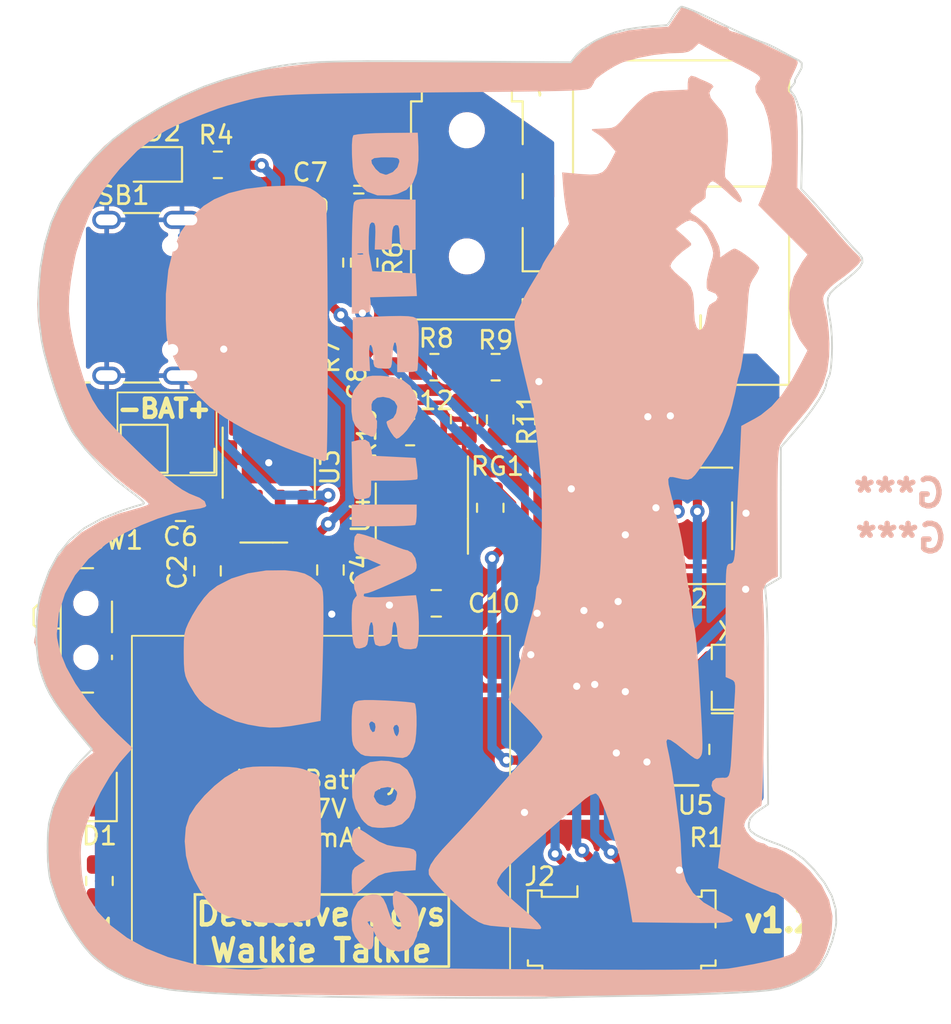
<source format=kicad_pcb>
(kicad_pcb (version 20211014) (generator pcbnew)
  (layers (0 "F.Cu" signal) (31 "B.Cu" signal) (34 "B.Paste" user) (35 "F.Paste" user) (36 "B.SilkS" user "B.Silkscreen") (37 "F.SilkS" user "F.Silkscreen") (38 "B.Mask" user) (39 "F.Mask" user) (44 "Edge.Cuts" user))
  (net 0 "")
  (net 1 "VBUS")
  (net 2 "GND")
  (net 3 "BAT")
  (net 4 "+3V3")
  (net 5 "MOSI")
  (net 6 "MISO")
  (net 7 "Net-(D1-Pad1)")
  (net 8 "SCK")
  (net 9 "Net-(C8-Pad2)")
  (net 10 "Net-(R2-Pad1)")
  (net 11 "Net-(R3-Pad1)")
  (net 15 "RESET")
  (net 17 "/VIN")
  (net 18 "MIC")
  (net 22 "Net-(D2-Pad1)")
  (net 23 "CE")
  (net 24 "CSN")
  (net 25 "/SPK_R")
  (net 28 "XTAL1")
  (net 29 "XTAL2")
  (net 32 "/SPK_L")
  (net 33 "Net-(R7-Pad1)")
  (net 37 "Net-(R4-Pad2)")
  (net 45 "AUDIO_R")
  (net 46 "A0")
  (net 47 "A1")
  (net 48 "AUDIO_L")
  (net 49 "Net-(R11-Pad2)")
  (net 50 "Net-(R10-Pad1)")
  (footprint "Capacitor_SMD:C_0805_2012Metric" (layer "F.Cu") (at 138.5 127.8 180)
    (fp_text reference "C6")
    (fp_text value "10uF")
  )
  (footprint "Resistor_SMD:R_0805_2012Metric" (layer "F.Cu") (at 156 120 180)
    (fp_text reference "R9")
    (fp_text value "10k")
  )
  (footprint "Connector_Audio:Jack_3.5mm_PJ320D_Horizontal" (layer "F.Cu") (at 154.4 111.63 -90)
    (fp_text reference "J1")
    (fp_text value "Jack 3.5mm")
  )
  (footprint "Button_Switch_SMD:SW_SPST_PTS645" (layer "F.Cu") (at 165.9 128.8)
    (fp_text reference "SW2")
    (fp_text value "Pushbutton")
  )
  (footprint "LED_SMD:LED_0805_2012Metric" (layer "F.Cu") (at 134 143.5 90)
    (fp_text reference "D1")
    (fp_text value "LED_0805")
  )
  (footprint "Capacitor_SMD:C_0805_2012Metric" (layer "F.Cu") (at 148.4 109.2)
    (fp_text reference "C7")
    (fp_text value "330nF")
  )
  (footprint "Custom footprints:NRF24L01_Mini" (layer "F.Cu") (at 160.295 120.98)
    (fp_text reference "U1")
    (fp_text value "NRF24L01_Breakout")
  )
  (footprint "Capacitor_SMD:C_0805_2012Metric" (layer "F.Cu") (at 148.4 111.1)
    (fp_text reference "C9")
    (fp_text value "330nF")
  )
  (footprint "Capacitor_SMD:C_0805_2012Metric" (layer "F.Cu") (at 142.15 120.475)
    (fp_text reference "C5")
    (fp_text value "10uF")
  )
  (footprint "Resistor_SMD:R_0805_2012Metric" (layer "F.Cu") (at 165 146.1 180)
    (fp_text reference "R13")
    (fp_text value "10k")
  )
  (footprint "Capacitor_SMD:C_0805_2012Metric" (layer "F.Cu") (at 168.6 141.2 90)
    (fp_text reference "C11")
    (fp_text value "100nF")
  )
  (footprint "Package_SO:SOP-8_3.9x4.9mm_P1.27mm" (layer "F.Cu") (at 151.9 128.4 -90)
    (fp_text reference "U4")
    (fp_text value "LM358")
  )
  (footprint "LED_SMD:LED_0805_2012Metric" (layer "F.Cu") (at 136.9 108.75 180)
    (fp_text reference "D2")
    (fp_text value "LED_0805")
  )
  (footprint "Button_Switch_SMD:SW_SPDT_PCM12" (layer "F.Cu") (at 133.575 134.6 -90)
    (fp_text reference "SW1")
    (fp_text value "SPDT_PCM12")
  )
  (footprint "Resistor_SMD:R_0805_2012Metric" (layer "F.Cu") (at 148.7 114.2 90)
    (fp_text reference "R6")
    (fp_text value "330")
  )
  (footprint "Resistor_SMD:R_0805_2012Metric" (layer "F.Cu") (at 152.6 120 180)
    (fp_text reference "R8")
    (fp_text value "10k")
  )
  (footprint "Resistor_SMD:R_0805_2012Metric" (layer "F.Cu") (at 145.175 119.625 90)
    (fp_text reference "R7")
    (fp_text value "10k")
  )
  (footprint "Resistor_SMD:R_0805_2012Metric" (layer "F.Cu") (at 146.8 114.2 -90)
    (fp_text reference "R5")
    (fp_text value "330")
  )
  (footprint "Resistor_SMD:R_0805_2012Metric" (layer "F.Cu") (at 155.7 127.8 -90)
    (fp_text reference "RG1")
    (fp_text value "470k")
  )
  (footprint "Capacitor_SMD:C_0805_2012Metric" (layer "F.Cu") (at 140 131.3 -90)
    (fp_text reference "C2")
    (fp_text value "10uF")
  )
  (footprint "Resistor_SMD:R_0805_2012Metric" (layer "F.Cu") (at 156.25 122.9 90)
    (fp_text reference "R11")
    (fp_text value "10k")
  )
  (footprint "Package_QFP:TQFP-32_7x7mm_P0.8mm" (layer "F.Cu") (at 162.2 139.8 180)
    (fp_text reference "U5")
    (fp_text value "ATmega328P-A")
  )
  (footprint "Capacitor_SMD:C_0805_2012Metric" (layer "F.Cu") (at 160.2 122.9 -90)
    (fp_text reference "C1")
    (fp_text value "10uF")
  )
  (footprint "Capacitor_SMD:C_0805_2012Metric" (layer "F.Cu") (at 141.65 112.5 90)
    (fp_text reference "C3")
    (fp_text value "100nF")
  )
  (footprint "Connector_PinSocket_2.54mm:PinSocket_1x02_P2.54mm_Vertical" (layer "F.Cu") (at 139.05 124.525 -90)
    (fp_text reference "BT1" hide)
    (fp_text value "LiPo 100mAh")
  )
  (footprint "Resistor_SMD:R_0805_2012Metric" (layer "F.Cu") (at 151.25 123.6 180)
    (fp_text reference "R10")
    (fp_text value "1k")
  )
  (footprint "Connector_USB:USB_C_Receptacle_HRO_TYPE-C-31-M-12" (layer "F.Cu") (at 135.45 116.15 -90)
    (fp_text reference "USB1")
    (fp_text value "USB_C 31-M-12")
  )
  (footprint "Resistor_SMD:R_0805_2012Metric" (layer "F.Cu") (at 154.25 122.8875 90)
    (fp_text reference "R12")
    (fp_text value "10k")
  )
  (footprint "Capacitor_SMD:C_0805_2012Metric" (layer "F.Cu") (at 150 120.9 -90)
    (fp_text reference "C8")
    (fp_text value "10uF")
  )
  (footprint "Resistor_SMD:R_0805_2012Metric" (layer "F.Cu") (at 142.4 117.05)
    (fp_text reference "R3")
    (fp_text value "5.1k")
  )
  (footprint "Crystal:Resonator_SMD_Murata_CSTxExxV-3Pin_3.0x1.1mm" (layer "F.Cu") (at 169.2 137.2 90)
    (fp_text reference "X1")
    (fp_text value "Resonator 8MHz")
  )
  (footprint "Package_TO_SOT_SMD:SOT-23-5" (layer "F.Cu") (at 143.625 131.2875)
    (fp_text reference "U2")
    (fp_text value "MIC5205-3.3YM5")
  )
  (footprint "Package_SO:SOIC-8-1EP_3.9x4.9mm_P1.27mm_EP2.29x3mm" (layer "F.Cu") (at 143.4 125.3 -90)
    (fp_text reference "U3")
    (fp_text value "TP4056")
  )
  (footprint "Resistor_SMD:R_0805_2012Metric" (layer "F.Cu") (at 134 148.5 -90)
    (fp_text reference "R1")
    (fp_text value "330")
  )
  (footprint "Resistor_SMD:R_0805_2012Metric" (layer "F.Cu") (at 140.575 108.775)
    (fp_text reference "R4")
    (fp_text value "1k")
  )
  (footprint "Capacitor_SMD:C_0805_2012Metric" (layer "F.Cu") (at 146.825 131.25 -90)
    (fp_text reference "C4")
    (fp_text value "10uF")
  )
  (footprint "Capacitor_SMD:C_0805_2012Metric" (layer "F.Cu") (at 152.7 133.1)
    (fp_text reference "C10")
    (fp_text value "100nF")
  )
  (footprint "Resistor_SMD:R_0805_2012Metric" (layer "F.Cu") (at 142.4 115.15)
    (fp_text reference "R2")
    (fp_text value "5.1k")
  )
  (footprint "Connector_FFC-FPC:Molex_200528-0050_1x05-1MP_P1.00mm_Horizontal" (layer "F.Cu") (at 163 150.2)
    (fp_text reference "J2")
    (fp_text value "ICSP")
  )
  (footprint "detective_boys:DB_TOPSILK" (layer "B.Cu") (at 153.3 127.5 180)
    (fp_text reference "G***")
    (fp_text value "LOGO" hide)
  )
  (footprint "detective_boys:db_cutout" (layer "B.Cu") (at 153.5 127.5 180)
    (fp_text reference "G***")
    (fp_text value "LOGO" hide)
    (fp_poly (pts (xy -12.792214 27.492517) (xy -12.630497 27.352927) (xy -12.429033 27.080537) (xy -12.351844 26.951998) (xy -12.175795 26.667041) (xy -12.039035 26.495172) (xy -12.003419 26.4729) (xy -11.060646 26.402103) (xy -10.30659 26.320944) (xy -9.690348 26.218454) (xy -9.161015 26.083663) (xy -8.667687 25.905601) (xy -8.159458 25.673298) (xy -8.058206 25.622727) (xy -7.608104 25.356361) (xy -7.21119 25.053408) (xy -6.992323 24.828383) (xy -6.674366 24.411521) (xy 0.347015 24.456468) (xy 1.956825 24.465892) (xy 3.350108 24.471201) (xy 4.549942 24.471095) (xy 5.579407 24.464274) (xy 6.461581 24.449437) (xy 7.219542 24.425284) (xy 7.876371 24.390515) (xy 8.455145 24.343828) (xy 8.978943 24.283924) (xy 9.470844 24.209502) (xy 9.953928 24.119261) (xy 10.451272 24.011902) (xy 10.985955 23.886123) (xy 11.142453 23.84817) (xy 12.492862 23.480139) (xy 13.727441 23.05328) (xy 14.912065 22.538475) (xy 16.11261 21.906608) (xy 17.394952 21.12856) (xy 17.612264 20.988467) (xy 18.733438 20.145451) (xy 19.80713 19.11775) (xy 20.782598 17.96028) (xy 21.609105 16.727956) (xy 21.708883 16.554637) (xy 22.181061 15.521119) (xy 22.538763 14.326578) (xy 22.77651 13.023387) (xy 22.888827 11.663919) (xy 22.870234 10.300548) (xy 22.715255 8.985648) (xy 22.571353 8.30789) (xy 22.285405 7.253802) (xy 21.97115 6.248652) (xy 21.644374 5.335487) (xy 21.320861 4.55735) (xy 21.016398 3.957286) (xy 20.917163 3.797157) (xy 20.274616 2.946185) (xy 19.479254 2.076732) (xy 18.600532 1.259849) (xy 17.875653 0.685716) (xy 17.412002 0.338506) (xy 17.134448 0.102921) (xy 17.026491 -0.037374) (xy 17.071628 -0.098712) (xy 17.081187 -0.100667) (xy 17.302392 -0.157187) (xy 17.676181 -0.269322) (xy 18.128556 -0.414707) (xy 18.211321 -0.442247) (xy 19.385466 -0.901747) (xy 20.35279 -1.438699) (xy 21.141216 -2.082446) (xy 21.778666 -2.862333) (xy 22.293064 -3.807702) (xy 22.712332 -4.947898) (xy 22.806919 -5.271698) (xy 22.916972 -5.844101) (xy 22.982141 -6.561193) (xy 23.002266 -7.344166) (xy 22.977188 -8.114216) (xy 22.906749 -8.792537) (xy 22.814898 -9.225472) (xy 22.651548 -9.734053) (xy 22.470554 -10.192961) (xy 22.24976 -10.63705) (xy 21.967006 -11.101175) (xy 21.600136 -11.62019) (xy 21.126992 -12.228948) (xy 20.525416 -12.962306) (xy 20.169693 -13.386421) (xy 19.911557 -13.692705) (xy 20.563792 -14.364513) (xy 21.171924 -15.115638) (xy 21.694236 -16.001143) (xy 22.088097 -16.937059) (xy 22.303777 -17.791981) (xy 22.357698 -18.319257) (xy 22.379269 -18.946813) (xy 22.370814 -19.606398) (xy 22.334654 -20.229759) (xy 22.273112 -20.748642) (xy 22.191666 -21.086793) (xy 22.079076 -21.400268) (xy 21.949399 -21.790369) (xy 21.925559 -21.865566) (xy 21.669569 -22.502831) (xy 21.28933 -23.228593) (xy 20.83277 -23.964692) (xy 20.347815 -24.632968) (xy 19.948464 -25.089916) (xy 19.095678 -25.805285) (xy 18.097748 -26.362035) (xy 16.938791 -26.766854) (xy 15.602921 -27.026433) (xy 15.250893 -27.068215) (xy 14.308049 -27.151036) (xy 13.135042 -27.225289) (xy 11.741189 -27.290697) (xy 10.135806 -27.346982) (xy 8.328209 -27.393867) (xy 6.327715 -27.431073) (xy 4.14364 -27.458324) (xy 1.785301 -27.475341) (xy 1.557547 -27.476393) (xy 0.31344 -27.481366) (xy -0.861299 -27.485078) (xy -1.944355 -27.487525) (xy -2.913417 -27.488704) (xy -3.746169 -27.48861) (xy -4.420299 -27.487241) (xy -4.913492 -27.484593) (xy -5.203437 -27.480661) (xy -5.271698 -27.477524) (xy -5.429788 -27.46906) (xy -5.799018 -27.457581) (xy -6.350935 -27.443718) (xy -7.057084 -27.428106) (xy -7.889011 -27.411376) (xy -8.818262 -27.394162) (xy -9.704717 -27.378936) (xy -11.62518 -27.341879) (xy -13.311875 -27.29819) (xy -14.76386 -27.247914) (xy -15.980193 -27.191095) (xy -16.959931 -27.127779) (xy -17.702132 -27.058009) (xy -18.205852 -26.981832) (xy -18.251116 -26.972062) (xy -18.817955 -26.7937) (xy -19.409006 -26.52517) (xy -19.951303 -26.206896) (xy -20.371883 -25.879302) (xy -20.521682 -25.714125) (xy -20.891659 -25.087761) (xy -21.190832 -24.334516) (xy -21.378313 -23.565258) (xy -21.410802 -23.303302) (xy -21.384907 -22.56164) (xy -21.168757 -21.833037) (xy -20.749566 -21.086867) (xy -20.188208 -20.375078) (xy -19.618033 -19.795774) (xy -19.038551 -19.36775) (xy -18.36158 -19.033198) (xy -17.861484 -18.84979) (xy -17.429453 -18.681084) (xy -17.018626 -18.48323) (xy -16.916789 -18.424957) (xy -16.651372 -18.226199) (xy -16.554728 -18.015398) (xy -16.557355 -17.811745) (xy -16.639382 -17.530479) (xy -16.857732 -17.280456) (xy -17.111792 -17.092924) (xy -17.629716 -16.746026) (xy -17.613164 -14.094004) (xy -17.608216 -13.098431) (xy -17.604732 -11.977038) (xy -17.602872 -10.824588) (xy -17.6028 -9.735846) (xy -17.604283 -8.925944) (xy -17.60294 -8.107884) (xy -17.594676 -7.31142) (xy -17.580557 -6.589499) (xy -17.561651 -5.995068) (xy -17.539026 -5.581072) (xy -17.53617 -5.546694) (xy -17.460384 -4.683482) (xy -18.331132 -4.169728) (xy -18.332122 3.055188) (xy -19.115397 3.953773) (xy -19.634755 4.576437) (xy -20.090151 5.174087) (xy -20.458291 5.712007) (xy -20.71588 6.155483) (xy -20.839626 6.469799) (xy -20.84717 6.534708) (xy -20.904631 6.798562) (xy -20.97364 6.907791) (xy -21.057235 7.110753) (xy -21.120564 7.49547) (xy -21.161517 8.004764) (xy -21.177985 8.581457) (xy -21.167857 9.168371) (xy -21.129025 9.708326) (xy -21.087887 10.004245) (xy -20.981716 10.614601) (xy -20.931624 11.046586) (xy -20.958117 11.358796) (xy -21.0817 11.609828) (xy -21.32288 11.858279) (xy -21.702162 12.162745) (xy -21.895519 12.312089) (xy -22.407418 12.729359) (xy -22.727628 13.055181) (xy -22.869753 13.321698) (xy -22.847393 13.561052) (xy -22.674153 13.805386) (xy -22.570559 13.907181) (xy -22.36745 14.115827) (xy -22.056925 14.45894) (xy -21.683916 14.886029) (xy -21.352486 15.275943) (xy -20.936371 15.765796) (xy -20.520382 16.24506) (xy -20.159891 16.650466) (xy -19.958579 16.8687) (xy -19.46934 17.383155) (xy -19.512768 19.476036) (xy -19.521971 20.248147) (xy -19.515906 20.889023) (xy -19.495579 21.36799) (xy -19.461991 21.654373) (xy -19.43943 21.717241) (xy -19.323878 21.942586) (xy -19.246058 22.186669) (xy -19.116356 22.504935) (xy -18.976101 22.701122) (xy -18.850876 22.862239) (xy -18.892596 23.007459) (xy -18.994851 23.12884) (xy -19.121717 23.299165) (xy -19.120317 23.363207) (xy -19.123825 23.447173) (xy -19.242413 23.65473) (xy -19.281464 23.711184) (xy -19.490416 24.096651) (xy -19.496355 24.374996) (xy -19.319576 24.52908) (xy -19.108707 24.628101) (xy -18.769059 24.805981) (xy -18.427318 24.994483) (xy -18.026082 25.210407) (xy -17.670461 25.383633) (xy -17.468827 25.465453) (xy -17.172609 25.570848) (xy -16.768169 25.739187) (xy -16.230085 25.981976) (xy -15.532932 26.310724) (xy -14.651288 26.73694) (xy -14.540487 26.790983) (xy -13.970484 27.059277) (xy -13.467797 27.277332) (xy -13.075319 27.427935) (xy -12.835947 27.493875)) (layer "Edge.Cuts") (width 0.1) (fill none))
  )
  (gr_rect (start 156.8 153.9) (end 135.8 134.9) (layer "F.SilkS") (width 0.1) (fill none))
  (gr_rect (start 153.4 153.25) (end 139.3 149.25) (layer "F.SilkS") (width 0.15) (fill none))
  (gr_rect (start 135 121.4) (end 140.5 126) (layer "F.SilkS") (width 0.1) (fill none))
  (gr_text "Lipo Battery\n3.7V\n100mAh" (at 146.1 144.5) (layer "F.SilkS") (effects (font (size 1 1))))
  (gr_text "v1.2" (at 171.8 150.7) (layer "F.SilkS") (effects (font (size 1.25 1.25) (thickness 0.3))))
  (gr_text "-BAT+" (at 137.6 122.3) (layer "F.SilkS") (effects (font (size 1 1) (thickness 0.25))))
  (gr_text "Detective Boys\nWalkie Talkie" (at 146.3 151.35) (layer "F.SilkS") (effects (font (size 1.25 1.25) (thickness 0.25))))
  (segment (start 145.305 127.775) (end 146.025 127.775) (width 0.508) (layer "F.Cu") (net 1))
  (segment (start 138.202102 114.1) (end 138.602102 113.7) (width 0.254) (layer "F.Cu") (net 1))
  (segment (start 141.65 113.45) (end 141.4 113.7) (width 0.508) (layer "F.Cu") (net 1))
  (segment (start 141.495 120.77) (end 141.2 120.475) (width 0.508) (layer "F.Cu") (net 1))
  (segment (start 135.9625 112.164602) (end 138.2 114.402102) (width 0.254) (layer "F.Cu") (net 1))
  (segment (start 141.4 113.7) (end 139.495 113.7) (width 0.508) (layer "F.Cu") (net 1))
  (segment (start 135.9625 108.75) (end 135.9625 112.164602) (width 0.254) (layer "F.Cu") (net 1))
  (segment (start 138.602102 113.7) (end 139.495 113.7) (width 0.254) (layer "F.Cu") (net 1))
  (segment (start 138.2 114.1) (end 138.202102 114.1) (width 0.254) (layer "F.Cu") (net 1))
  (segment (start 146.025 127.775) (end 146.7 127.1) (width 0.508) (layer "F.Cu") (net 1))
  (segment (start 138.2 114.402102) (end 138.2 114.6) (width 0.254) (layer "F.Cu") (net 1))
  (segment (start 139.495 118.6) (end 140.7 118.6) (width 0.254) (layer "F.Cu") (net 1))
  (segment (start 138.2 114.6) (end 138.2 114.1) (width 0.254) (layer "F.Cu") (net 1))
  (segment (start 141.2 119.1) (end 141.2 120.475) (width 0.254) (layer "F.Cu") (net 1))
  (segment (start 140.7 118.6) (end 141.2 119.1) (width 0.254) (layer "F.Cu") (net 1))
  (segment (start 139.495 118.6) (end 138.602102 118.6) (width 0.254) (layer "F.Cu") (net 1))
  (segment (start 138.602102 118.6) (end 138.2 118.197898) (width 0.254) (layer "F.Cu") (net 1))
  (segment (start 138.2 118.197898) (end 138.2 114.6) (width 0.254) (layer "F.Cu") (net 1))
  (segment (start 141.495 122.825) (end 141.495 120.77) (width 0.508) (layer "F.Cu") (net 1))
  (via (at 146.7 127.1) (size 0.8) (drill 0.4) (layers "F.Cu" "B.Cu") (net 1))
  (via (at 140.9 119) (size 0.8) (drill 0.4) (layers "F.Cu" "B.Cu") (net 1))
  (segment (start 146.7 127.1) (end 143.8 127.1) (width 0.508) (layer "B.Cu") (net 1))
  (segment (start 143.8 127.1) (end 140.9 124.2) (width 0.508) (layer "B.Cu") (net 1))
  (segment (start 140.9 124.2) (end 140.9 119) (width 0.508) (layer "B.Cu") (net 1))
  (segment (start 139.5 119.405) (end 139.495 119.4) (width 0.508) (layer "F.Cu") (net 2))
  (segment (start 142.765 120.81) (end 143.1 120.475) (width 0.254) (layer "F.Cu") (net 2))
  (segment (start 139.5 120) (end 139.5 119.405) (width 0.508) (layer "F.Cu") (net 2))
  (segment (start 139.03 120.47) (end 139.5 120) (width 0.508) (layer "F.Cu") (net 2))
  (segment (start 142.765 122.825) (end 142.765 120.81) (width 0.254) (layer "F.Cu") (net 2))
  (segment (start 138.58 120.47) (end 139.03 120.47) (width 0.508) (layer "F.Cu") (net 2))
  (via (at 164.4 141.9) (size 0.8) (drill 0.4) (layers "F.Cu" "B.Cu") (net 2))
  (via (at 143.4 125.3) (size 0.8) (drill 0.4) (layers "F.Cu" "B.Cu") (net 2))
  (via (at 160.2 126.75) (size 0.8) (drill 0.4) (layers "F.Cu" "B.Cu") (net 2))
  (via (at 166.2 147.9) (size 0.8) (drill 0.4) (layers "F.Cu" "B.Cu") (net 2))
  (via (at 158.4 120.8) (size 0.8) (drill 0.4) (layers "F.Cu" "B.Cu") (net 2))
  (via (at 146.9 133.7) (size 0.8) (drill 0.4) (layers "F.Cu" "B.Cu") (net 2))
  (via (at 169.9 128.1) (size 0.8) (drill 0.4) (layers "F.Cu" "B.Cu") (net 2))
  (via (at 157.6 144.7) (size 0.8) (drill 0.4) (layers "F.Cu" "B.Cu") (net 2))
  (via (at 158.3 133.65) (size 0.8) (drill 0.4) (layers "F.Cu" "B.Cu") (net 2))
  (via (at 150.1 133.2) (size 0.8) (drill 0.4) (layers "F.Cu" "B.Cu") (net 2))
  (segment (start 135.75 132.35) (end 139.45 128.65) (width 1.016) (layer "F.Cu") (net 3))
  (segment (start 139.45 128.65) (end 139.45 127.8) (width 1.016) (layer "F.Cu") (net 3))
  (segment (start 135.005 132.35) (end 135.75 132.35) (width 1.016) (layer "F.Cu") (net 3))
  (segment (start 139.45 124.925) (end 139.05 124.525) (width 1.016) (layer "F.Cu") (net 3))
  (segment (start 139.45 127.8) (end 141.2 127.8) (width 1.016) (layer "F.Cu") (net 3))
  (segment (start 139.45 127.8) (end 139.45 124.925) (width 1.016) (layer "F.Cu") (net 3))
  (segment (start 159.75 121.95) (end 160.2 121.95) (width 1.016) (layer "F.Cu") (net 4))
  (segment (start 155.0875 120) (end 155.0875 119.0125) (width 1.016) (layer "F.Cu") (net 4))
  (segment (start 147.8 130.3) (end 148.6 131.1) (width 1.016) (layer "F.Cu") (net 4))
  (segment (start 146.825 130.3) (end 147.8 130.3) (width 1.016) (layer "F.Cu") (net 4))
  (segment (start 157.95 137.8) (end 155.3 137.8) (width 0.508) (layer "F.Cu") (net 4))
  (segment (start 153.65 131.18) (end 153.805 131.025) (width 0.508) (layer "F.Cu") (net 4))
  (segment (start 155.0875 119.0125) (end 155.8 118.3) (width 1.016) (layer "F.Cu") (net 4))
  (segment (start 169.8 143.6) (end 169.8 140.7) (width 0.508) (layer "F.Cu") (net 4))
  (segment (start 169.8 140.7) (end 169.35 140.25) (width 0.508) (layer "F.Cu") (net 4))
  (segment (start 168.55 140.2) (end 168.6 140.25) (width 0.508) (layer "F.Cu") (net 4))
  (segment (start 169.35 140.25) (end 168.6 140.25) (width 0.508) (layer "F.Cu") (net 4))
  (segment (start 165.9125 146.1) (end 167.3 146.1) (width 0.508) (layer "F.Cu") (net 4))
  (segment (start 153.65 134.65) (end 154.55 134.65) (width 1.016) (layer "F.Cu") (net 4))
  (segment (start 161.17 120.77) (end 161.17 120.98) (width 1.016) (layer "F.Cu") (net 4))
  (segment (start 158.6 123.1) (end 159.75 121.95) (width 1.016) (layer "F.Cu") (net 4))
  (segment (start 158.7 118.3) (end 161.17 120.77) (width 1.016) (layer "F.Cu") (net 4))
  (segment (start 155.3 137.8) (end 152.9 135.4) (width 0.508) (layer "F.Cu") (net 4))
  (segment (start 158.6 130.6) (end 158.6 123.1) (width 1.016) (layer "F.Cu") (net 4))
  (segment (start 165.2 138.6) (end 164.6 139.2) (width 0.508) (layer "F.Cu") (net 4))
  (segment (start 164.6 139.2) (end 164.6 139.532022) (width 0.508) (layer "F.Cu") (net 4))
  (segment (start 167.3 146.1) (end 169.8 143.6) (width 0.508) (layer "F.Cu") (net 4))
  (segment (start 160.732022 139.532022) (end 164.6 139.532022) (width 0.508) (layer "F.Cu") (net 4))
  (segment (start 165.267978 140.2) (end 166.45 140.2) (width 0.508) (layer "F.Cu") (net 4))
  (segment (start 155.8 118.3) (end 158.7 118.3) (width 1.016) (layer "F.Cu") (net 4))
  (segment (start 155.0875 120) (end 153.5125 120) (width 1.016) (layer "F.Cu") (net 4))
  (segment (start 157.95 137.8) (end 159 137.8) (width 0.508) (layer "F.Cu") (net 4))
  (segment (start 148.6 134) (end 150 135.4) (width 1.016) (layer "F.Cu") (net 4))
  (segment (start 144.7625 130.3375) (end 146.7875 130.3375) (width 0.508) (layer "F.Cu") (net 4))
  (segment (start 153.65 133.1) (end 153.65 131.18) (width 0.508) (layer "F.Cu") (net 4))
  (segment (start 154.55 134.65) (end 158.6 130.6) (width 1.016) (layer "F.Cu") (net 4))
  (segment (start 161.17 120.98) (end 160.2 121.95) (width 1.016) (layer "F.Cu") (net 4))
  (segment (start 152.9 135.4) (end 153.65 134.65) (width 1.016) (layer "F.Cu") (net 4))
  (segment (start 153.65 134.65) (end 153.65 133.1) (width 1.016) (layer "F.Cu") (net 4))
  (segment (start 148.6 131.1) (end 148.6 134) (width 1.016) (layer "F.Cu") (net 4))
  (segment (start 150 135.4) (end 152.9 135.4) (width 1.016) (layer "F.Cu") (net 4))
  (segment (start 166.45 140.2) (end 168.55 140.2) (width 0.508) (layer "F.Cu") (net 4))
  (segment (start 166.45 138.6) (end 165.2 138.6) (width 0.508) (layer "F.Cu") (net 4))
  (segment (start 164.6 139.532022) (end 165.267978 140.2) (width 0.508) (layer "F.Cu") (net 4))
  (segment (start 159 137.8) (end 160.732022 139.532022) (width 0.508) (layer "F.Cu") (net 4))
  (segment (start 146.7875 130.3375) (end 146.825 130.3) (width 0.508) (layer "F.Cu") (net 4))
  (segment (start 166.1 126) (end 168.255 123.845) (width 0.508) (layer "F.Cu") (net 5))
  (segment (start 160.2 135.55) (end 160.2 136.3) (width 0.254) (layer "F.Cu") (net 5))
  (segment (start 168.255 123.845) (end 168.255 120.98) (width 0.508) (layer "F.Cu") (net 5))
  (segment (start 168.255 120.98) (end 168.2 121.035) (width 0.508) (layer "F.Cu") (net 5))
  (segment (start 166.1 126) (end 166.1 128) (width 0.508) (layer "F.Cu") (net 5))
  (segment (start 163 149.29) (end 163 147.5) (width 0.508) (layer "F.Cu") (net 5))
  (segment (start 163 147.5) (end 162.4 146.9) (width 0.508) (layer "F.Cu") (net 5))
  (segment (start 160.2 136.3) (end 161.5 137.6) (width 0.254) (layer "F.Cu") (net 5))
  (via (at 162.4 146.9) (size 0.8) (drill 0.4) (layers "F.Cu" "B.Cu") (net 5))
  (via (at 161.5 137.6) (size 0.8) (drill 0.4) (layers "F.Cu" "B.Cu") (net 5))
  (via (at 166.1 128) (size 0.8) (drill 0.4) (layers "F.Cu" "B.Cu") (net 5))
  (segment (start 162.4 146.9) (end 161.5 146) (width 0.508) (layer "B.Cu") (net 5))
  (segment (start 161.5 146) (end 161.5 137.6) (width 0.508) (layer "B.Cu") (net 5))
  (segment (start 161.5 137.6) (end 161.82098 137.6) (width 0.254) (layer "B.Cu") (net 5))
  (segment (start 162.2 137.6) (end 165.8 134) (width 0.508) (layer "B.Cu") (net 5))
  (segment (start 161.82098 137.6) (end 162.2 137.6) (width 0.508) (layer "B.Cu") (net 5))
  (segment (start 165.8 128.3) (end 166.1 128) (width 0.508) (layer "B.Cu") (net 5))
  (segment (start 165.8 134) (end 165.8 128.3) (width 0.508) (layer "B.Cu") (net 5))
  (segment (start 162.6 138.6) (end 163.2 138) (width 0.254) (layer "F.Cu") (net 6))
  (segment (start 162 149.29) (end 162 148) (width 0.508) (layer "F.Cu") (net 6))
  (segment (start 159.4 136.6) (end 160.5 137.7) (width 0.254) (layer "F.Cu") (net 6))
  (segment (start 167.2 126.3) (end 167.2 128) (width 0.508) (layer "F.Cu") (net 6))
  (segment (start 162 148) (end 160.8 146.8) (width 0.508) (layer "F.Cu") (net 6))
  (segment (start 160.5 137.7) (end 160.5 138) (width 0.254) (layer "F.Cu") (net 6))
  (segment (start 169.525 120.98) (end 169.525 123.975) (width 0.508) (layer "F.Cu") (net 6))
  (segment (start 161.1 138.6) (end 162.6 138.6) (width 0.254) (layer "F.Cu") (net 6))
  (segment (start 160.5 138) (end 161.1 138.6) (width 0.254) (layer "F.Cu") (net 6))
  (segment (start 169.525 123.975) (end 167.2 126.3) (width 0.508) (layer "F.Cu") (net 6))
  (segment (start 159.4 135.55) (end 159.4 136.6) (width 0.254) (layer "F.Cu") (net 6))
  (via (at 167.2 128) (size 0.8) (drill 0.4) (layers "F.Cu" "B.Cu") (net 6))
  (via (at 163.2 138) (size 0.8) (drill 0.4) (layers "F.Cu" "B.Cu") (net 6))
  (via (at 160.8 146.8) (size 0.8) (drill 0.4) (layers "F.Cu" "B.Cu") (net 6))
  (via (at 160.5 137.7) (size 0.8) (drill 0.4) (layers "F.Cu" "B.Cu") (net 6))
  (segment (start 160.5 146.5) (end 160.5 137.7) (width 0.508) (layer "B.Cu") (net 6))
  (segment (start 167.2 134) (end 167.2 128) (width 0.508) (layer "B.Cu") (net 6))
  (segment (start 160.8 146.8) (end 160.5 146.5) (width 0.508) (layer "B.Cu") (net 6))
  (segment (start 163.2 138) (end 167.2 134) (width 0.508) (layer "B.Cu") (net 6))
  (segment (start 134 144.4375) (end 134 147.5875) (width 0.508) (layer "F.Cu") (net 7))
  (segment (start 164.9 125.7) (end 166.985 123.615) (width 0.508) (layer "F.Cu") (net 8))
  (segment (start 161 149.29) (end 161 148.7) (width 0.508) (layer "F.Cu") (net 8))
  (segment (start 166.985 123.615) (end 166.985 120.98) (width 0.508) (layer "F.Cu") (net 8))
  (segment (start 161 148.7) (end 159.3 147) (width 0.508) (layer "F.Cu") (net 8))
  (segment (start 164.9 127.8) (end 164.9 125.7) (width 0.508) (layer "F.Cu") (net 8))
  (segment (start 157.95 137) (end 157.95 135.95) (width 0.508) (layer "F.Cu") (net 8))
  (via (at 157.95 135.95) (size 0.8) (drill 0.4) (layers "F.Cu" "B.Cu") (net 8))
  (via (at 159.3 147) (size 0.8) (drill 0.4) (layers "F.Cu" "B.Cu") (net 8))
  (via (at 164.9 127.8) (size 0.8) (drill 0.4) (layers "F.Cu" "B.Cu") (net 8))
  (segment (start 164.7 128) (end 164.9 127.8) (width 0.508) (layer "B.Cu") (net 8))
  (segment (start 159.3 147) (end 159.3 137.3) (width 0.508) (layer "B.Cu") (net 8))
  (segment (start 164.7 133.9) (end 164.7 128) (width 0.508) (layer "B.Cu") (net 8))
  (segment (start 160.7 135.9) (end 162.7 135.9) (width 0.508) (layer "B.Cu") (net 8))
  (segment (start 159.3 137.3) (end 160.7 135.9) (width 0.508) (layer "B.Cu") (net 8))
  (segment (start 159.3 137.3) (end 157.95 135.95) (width 0.508) (layer "B.Cu") (net 8))
  (segment (start 162.7 135.9) (end 164.7 133.9) (width 0.508) (layer "B.Cu") (net 8))
  (segment (start 150 121.85) (end 150 123.2625) (width 0.25) (layer "F.Cu") (net 9))
  (segment (start 150 123.2625) (end 150.3375 123.6) (width 0.25) (layer "F.Cu") (net 9))
  (segment (start 141.2375 114.9) (end 141.4875 115.15) (width 0.254) (layer "F.Cu") (net 10))
  (segment (start 139.495 114.9) (end 141.2375 114.9) (width 0.254) (layer "F.Cu") (net 10))
  (segment (start 139.495 117.9) (end 140.6375 117.9) (width 0.254) (layer "F.Cu") (net 11))
  (segment (start 140.6375 117.9) (end 141.4875 117.05) (width 0.254) (layer "F.Cu") (net 11))
  (segment (start 163.4 146.1) (end 164.0875 146.1) (width 0.508) (layer "F.Cu") (net 15))
  (segment (start 164 149.29) (end 164 146.1875) (width 0.508) (layer "F.Cu") (net 15))
  (segment (start 162.6 145.3) (end 163.4 146.1) (width 0.508) (layer "F.Cu") (net 15))
  (segment (start 162.6 144.05) (end 162.6 145.3) (width 0.508) (layer "F.Cu") (net 15))
  (segment (start 164 146.1875) (end 164.0875 146.1) (width 0.508) (layer "F.Cu") (net 15))
  (segment (start 142.4875 130.3375) (end 143.2375 130.3375) (width 0.508) (layer "F.Cu") (net 17))
  (segment (start 132.850038 135.146479) (end 132.291479 135.705038) (width 0.508) (layer "F.Cu") (net 17))
  (segment (start 142.475 130.35) (end 142.4875 130.3375) (width 0.508) (layer "F.Cu") (net 17))
  (segment (start 140 130.35) (end 142.475 130.35) (width 0.508) (layer "F.Cu") (net 17))
  (segment (start 132.291479 136.494962) (end 133.2 137.403483) (width 0.508) (layer "F.Cu") (net 17))
  (segment (start 143.1625 132.2375) (end 142.4875 132.2375) (width 0.508) (layer "F.Cu") (net 17))
  (segment (start 132.291479 135.705038) (end 132.291479 136.494962) (width 0.508) (layer "F.Cu") (net 17))
  (segment (start 134 140) (end 134 142.5625) (width 0.508) (layer "F.Cu") (net 17))
  (segment (start 135.005 135.35) (end 135.005 135.345) (width 0.508) (layer "F.Cu") (net 17))
  (segment (start 134.955 135.3) (end 133.793483 135.3) (width 0.508) (layer "F.Cu") (net 17))
  (segment (start 133.793483 135.3) (end 133.639962 135.146479) (width 0.508) (layer "F.Cu") (net 17))
  (segment (start 133.2 139.2) (end 134 140) (width 0.508) (layer "F.Cu") (net 17))
  (segment (start 143.60352 131.79648) (end 143.1625 132.2375) (width 0.508) (layer "F.Cu") (net 17))
  (segment (start 143.60352 130.70352) (end 143.60352 131.79648) (width 0.508) (layer "F.Cu") (net 17))
  (segment (start 135.005 135.345) (end 140 130.35) (width 0.508) (layer "F.Cu") (net 17))
  (segment (start 143.2375 130.3375) (end 143.60352 130.70352) (width 0.508) (layer "F.Cu") (net 17))
  (segment (start 135.005 135.35) (end 134.955 135.3) (width 0.508) (layer "F.Cu") (net 17))
  (segment (start 133.639962 135.146479) (end 132.850038 135.146479) (width 0.508) (layer "F.Cu") (net 17))
  (segment (start 133.2 137.403483) (end 133.2 139.2) (width 0.508) (layer "F.Cu") (net 17))
  (segment (start 151.6875 120) (end 150.05 120) (width 0.508) (layer "F.Cu") (net 18))
  (segment (start 150 119.95) (end 150 117.405) (width 0.508) (layer "F.Cu") (net 18))
  (segment (start 150 117.405) (end 150.85 116.555) (width 0.508) (layer "F.Cu") (net 18))
  (segment (start 150.05 120) (end 150 119.95) (width 0.508) (layer "F.Cu") (net 18))
  (segment (start 139.6375 108.75) (end 139.6625 108.775) (width 0.254) (layer "F.Cu") (net 22))
  (segment (start 137.8375 108.75) (end 139.6375 108.75) (width 0.254) (layer "F.Cu") (net 22))
  (segment (start 164.45 122.75) (end 164.45 120.985) (width 0.254) (layer "F.Cu") (net 23))
  (segment (start 164.45 120.985) (end 164.445 120.98) (width 0.254) (layer "F.Cu") (net 23))
  (segment (start 163.8 133.6) (end 163.4 134) (width 0.254) (layer "F.Cu") (net 23))
  (segment (start 163.4 134) (end 163.4 135.55) (width 0.254) (layer "F.Cu") (net 23))
  (segment (start 163.8 129.899989) (end 163.8 133.6) (width 0.254) (layer "F.Cu") (net 23))
  (segment (start 163.200011 129.3) (end 163.8 129.899989) (width 0.254) (layer "F.Cu") (net 23))
  (via (at 163.200011 129.3) (size 0.8) (drill 0.4) (layers "F.Cu" "B.Cu") (net 23))
  (via (at 164.45 122.75) (size 0.8) (drill 0.4) (layers "F.Cu" "B.Cu") (net 23))
  (segment (start 163.200011 123.999989) (end 164.45 122.75) (width 0.254) (layer "B.Cu") (net 23))
  (segment (start 163.200011 129.3) (end 163.200011 123.999989) (width 0.254) (layer "B.Cu") (net 23))
  (segment (start 165.7 122.7) (end 165.7 120.995) (width 0.254) (layer "F.Cu") (net 24))
  (segment (start 162.6 135.55) (end 162.6 133.2) (width 0.254) (layer "F.Cu") (net 24))
  (segment (start 165.7 120.995) (end 165.715 120.98) (width 0.254) (layer "F.Cu") (net 24))
  (segment (start 162.6 133.2) (end 162.8 133) (width 0.254) (layer "F.Cu") (net 24))
  (via (at 165.7 122.7) (size 0.8) (drill 0.4) (layers "F.Cu" "B.Cu") (net 24))
  (via (at 162.8 133) (size 0.8) (drill 0.4) (layers "F.Cu" "B.Cu") (net 24))
  (segment (start 164.1 131.7) (end 162.8 133) (width 0.254) (layer "B.Cu") (net 24))
  (segment (start 165.7 123.5) (end 164.1 125.1) (width 0.254) (layer "B.Cu") (net 24))
  (segment (start 164.1 125.1) (end 164.1 131.7) (width 0.254) (layer "B.Cu") (net 24))
  (segment (start 165.7 122.7) (end 165.7 123.5) (width 0.254) (layer "B.Cu") (net 24))
  (segment (start 147.45 107.45) (end 148.4 106.5) (width 0.508) (layer "F.Cu") (net 25))
  (segment (start 147.45 109.2) (end 147.45 111.1) (width 0.508) (layer "F.Cu") (net 25))
  (segment (start 147.45 109.2) (end 147.45 107.45) (width 0.508) (layer "F.Cu") (net 25))
  (segment (start 156.955 111.455) (end 157.65 111.455) (width 0.508) (layer "F.Cu") (net 25))
  (segment (start 152 106.5) (end 156.955 111.455) (width 0.508) (layer "F.Cu") (net 25))
  (segment (start 148.4 106.5) (end 152 106.5) (width 0.508) (layer "F.Cu") (net 25))
  (segment (start 146.8 113.2875) (end 146.8 111.75) (width 0.508) (layer "F.Cu") (net 25))
  (segment (start 146.8 111.75) (end 147.45 111.1) (width 0.508) (layer "F.Cu") (net 25))
  (segment (start 167.6 137.8) (end 168.2 138.4) (width 0.508) (layer "F.Cu") (net 28))
  (segment (start 166.45 137.8) (end 167.6 137.8) (width 0.508) (layer "F.Cu") (net 28))
  (segment (start 168.2 138.4) (end 169.2 138.4) (width 0.508) (layer "F.Cu") (net 28))
  (segment (start 167.8 136) (end 169.2 136) (width 0.508) (layer "F.Cu") (net 29))
  (segment (start 166.8 137) (end 167.8 136) (width 0.508) (layer "F.Cu") (net 29))
  (segment (start 166.45 137) (end 166.8 137) (width 0.508) (layer "F.Cu") (net 29))
  (segment (start 155.5 111.7) (end 155.5 112.7) (width 0.508) (layer "F.Cu") (net 32))
  (segment (start 156.4 113.6) (end 157 113.6) (width 0.508) (layer "F.Cu") (net 32))
  (segment (start 155.5 112.7) (end 156.4 113.6) (width 0.508) (layer "F.Cu") (net 32))
  (segment (start 149.35 109.2) (end 149.35 111.1) (width 0.508) (layer "F.Cu") (net 32))
  (segment (start 149.35 109.2) (end 149.35 108.15) (width 0.508) (layer "F.Cu") (net 32))
  (segment (start 157 113.6) (end 157.65 114.25) (width 0.508) (layer "F.Cu") (net 32))
  (segment (start 149.35 111.1) (end 149.35 112.6375) (width 0.508) (layer "F.Cu") (net 32))
  (segment (start 149.8 107.7) (end 151.5 107.7) (width 0.508) (layer "F.Cu") (net 32))
  (segment (start 157.65 114.25) (end 157.65 115.455) (width 0.508) (layer "F.Cu") (net 32))
  (segment (start 149.35 112.6375) (end 148.7 113.2875) (width 0.508) (layer "F.Cu") (net 32))
  (segment (start 151.5 107.7) (end 155.5 111.7) (width 0.508) (layer "F.Cu") (net 32))
  (segment (start 149.35 108.15) (end 149.8 107.7) (width 0.508) (layer "F.Cu") (net 32))
  (segment (start 144.035 121.6775) (end 145.175 120.5375) (width 0.508) (layer "F.Cu") (net 33))
  (segment (start 144.035 122.825) (end 144.035 121.6775) (width 0.508) (layer "F.Cu") (net 33))
  (segment (start 144.035 127.775) (end 144.035 128.735) (width 0.508) (layer "F.Cu") (net 37))
  (segment (start 143 108.8) (end 141.5125 108.8) (width 0.508) (layer "F.Cu") (net 37))
  (segment (start 144.035 128.735) (end 144.6 129.3) (width 0.508) (layer "F.Cu") (net 37))
  (segment (start 141.5125 108.8) (end 141.4875 108.775) (width 0.508) (layer "F.Cu") (net 37))
  (segment (start 146.1 129.3) (end 146.7 128.7) (width 0.508) (layer "F.Cu") (net 37))
  (segment (start 144.6 129.3) (end 146.1 129.3) (width 0.508) (layer "F.Cu") (net 37))
  (via (at 146.7 128.7) (size 0.8) (drill 0.4) (layers "F.Cu" "B.Cu") (net 37))
  (via (at 143 108.8) (size 0.8) (drill 0.4) (layers "F.Cu" "B.Cu") (net 37))
  (segment (start 147.9 127.5) (end 147.9 126.8) (width 0.508) (layer "B.Cu") (net 37))
  (segment (start 143.8 109.7) (end 143.8 109.6) (width 0.508) (layer "B.Cu") (net 37))
  (segment (start 147.9 122) (end 143.9 118) (width 0.508) (layer "B.Cu") (net 37))
  (segment (start 146.7 128.7) (end 147.9 127.5) (width 0.508) (layer "B.Cu") (net 37))
  (segment (start 143.8 117.9) (end 143.8 109.7) (width 0.508) (layer "B.Cu") (net 37))
  (segment (start 147.9 126.8) (end 147.9 122) (width 0.508) (layer "B.Cu") (net 37))
  (segment (start 143.8 109.6) (end 143 108.8) (width 0.508) (layer "B.Cu") (net 37))
  (segment (start 143.9 118) (end 143.8 117.9) (width 0.508) (layer "B.Cu") (net 37))
  (segment (start 161 133.6) (end 160.9 133.5) (width 0.254) (layer "F.Cu") (net 45))
  (segment (start 161 135.55) (end 161 133.6) (width 0.254) (layer "F.Cu") (net 45))
  (segment (start 146.8 116.5) (end 147.4 117.1) (width 0.508) (layer "F.Cu") (net 45))
  (segment (start 146.8 115.1125) (end 146.8 116.5) (width 0.508) (layer "F.Cu") (net 45))
  (via (at 160.9 133.5) (size 0.8) (drill 0.4) (layers "F.Cu" "B.Cu") (net 45))
  (via (at 147.4 117.1) (size 0.8) (drill 0.4) (layers "F.Cu" "B.Cu") (net 45))
  (segment (start 147.4 117.1) (end 160.9 130.6) (width 0.508) (layer "B.Cu") (net 45))
  (segment (start 160.9 130.6) (end 160.9 133.5) (width 0.508) (layer "B.Cu") (net 45))
  (segment (start 153.805 125.775) (end 154.5875 125.775) (width 0.508) (layer "F.Cu") (net 46))
  (segment (start 156.9 129.5) (end 155.8 130.6) (width 0.508) (layer "F.Cu") (net 46))
  (segment (start 156.1875 126.8875) (end 156.9 127.6) (width 0.508) (layer "F.Cu") (net 46))
  (segment (start 155.7 126.8875) (end 156.1875 126.8875) (width 0.508) (layer "F.Cu") (net 46))
  (segment (start 156.9 127.6) (end 156.9 129.5) (width 0.508) (layer "F.Cu") (net 46))
  (segment (start 154.5875 125.775) (end 155.7 126.8875) (width 0.508) (layer "F.Cu") (net 46))
  (segment (start 156.6 141.8) (end 157.95 141.8) (width 0.508) (layer "F.Cu") (net 46))
  (via (at 155.8 130.6) (size 0.8) (drill 0.4) (layers "F.Cu" "B.Cu") (net 46))
  (via (at 156.6 141.8) (size 0.8) (drill 0.4) (layers "F.Cu" "B.Cu") (net 46))
  (segment (start 155.8 141.1) (end 155.8 130.6) (width 0.508) (layer "B.Cu") (net 46))
  (segment (start 156.6 141.8) (end 156.5 141.8) (width 0.508) (layer "B.Cu") (net 46))
  (segment (start 156.5 141.8) (end 155.8 141.1) (width 0.508) (layer "B.Cu") (net 46))
  (segment (start 159 142.6) (end 160 141.6) (width 0.254) (layer "F.Cu") (net 47))
  (segment (start 162.8 128.3) (end 163.8 128.3) (width 0.254) (layer "F.Cu") (net 47))
  (segment (start 169.88 131.05) (end 169.88 132.32) (width 0.508) (layer "F.Cu") (net 47))
  (segment (start 161.92 131.05) (end 161.92 129.18) (width 0.254) (layer "F.Cu") (net 47))
  (segment (start 166.55 131.05) (end 169.88 131.05) (width 0.254) (layer "F.Cu") (net 47))
  (segment (start 160 141.6) (end 160.2 141.4) (width 0.254) (layer "F.Cu") (net 47))
  (segment (start 157.95 142.6) (end 159 142.6) (width 0.254) (layer "F.Cu") (net 47))
  (segment (start 163.8 128.3) (end 166.55 131.05) (width 0.254) (layer "F.Cu") (net 47))
  (segment (start 161.92 129.18) (end 162.8 128.3) (width 0.254) (layer "F.Cu") (net 47))
  (segment (start 160.2 141.4) (end 162.7 141.4) (width 0.254) (layer "F.Cu") (net 47))
  (via (at 169.88 132.32) (size 0.8) (drill 0.4) (layers "F.Cu" "B.Cu") (net 47))
  (via (at 162.7 141.4) (size 0.8) (drill 0.4) (layers "F.Cu" "B.Cu") (net 47))
  (segment (start 169.88 132.92) (end 162.7 140.1) (width 0.508) (layer "B.Cu") (net 47))
  (segment (start 162.7 140.1) (end 162.7 141.4) (width 0.508) (layer "B.Cu") (net 47))
  (segment (start 169.88 132.32) (end 169.88 132.92) (width 0.508) (layer "B.Cu") (net 47))
  (segment (start 148.7 115.1125) (end 148.7 116.9) (width 0.508) (layer "F.Cu") (net 48))
  (segment (start 161.8 134.3) (end 161.8 135.55) (width 0.508) (layer "F.Cu") (net 48))
  (segment (start 148.7 116.9) (end 148.6 117) (width 0.508) (layer "F.Cu") (net 48))
  (via (at 161.8 134.3) (size 0.8) (drill 0.4) (layers "F.Cu" "B.Cu") (net 48))
  (via (at 148.6 117) (size 0.8) (drill 0.4) (layers "F.Cu" "B.Cu") (net 48))
  (segment (start 161.8 134.3) (end 161.8 134.4) (width 0.508) (layer "B.Cu") (net 48))
  (segment (start 148.607048 117) (end 161.8 130.192952) (width 0.508) (layer "B.Cu") (net 48))
  (segment (start 148.6 117) (end 148.607048 117) (width 0.508) (layer "B.Cu") (net 48))
  (segment (start 161.8 130.192952) (end 161.8 134.3) (width 0.508) (layer "B.Cu") (net 48))
  (segment (start 154.25 121.975) (end 151.525 121.975) (width 0.25) (layer "F.Cu") (net 49))
  (segment (start 151.25 122.25) (end 151.25 125.76) (width 0.25) (layer "F.Cu") (net 49))
  (segment (start 154.6 121.975) (end 156.5875 121.975) (width 0.508) (layer "F.Cu") (net 49))
  (segment (start 156.5875 121.975) (end 156.6 121.9875) (width 0.508) (layer "F.Cu") (net 49))
  (segment (start 151.525 121.975) (end 151.25 122.25) (width 0.25) (layer "F.Cu") (net 49))
  (segment (start 156.9125 121.675) (end 156.6 121.9875) (width 0.508) (layer "F.Cu") (net 49))
  (segment (start 156.9125 120) (end 156.9125 121.675) (width 0.508) (layer "F.Cu") (net 49))
  (segment (start 151.25 125.76) (end 151.265 125.775) (width 0.25) (layer "F.Cu") (net 49))
  (segment (start 152.535 125.775) (end 152.535 127.535) (width 0.25) (layer "F.Cu") (net 50))
  (segment (start 152.535 127.535) (end 153.7125 128.7125) (width 0.25) (layer "F.Cu") (net 50))
  (segment (start 153.7125 128.7125) (end 155.7 128.7125) (width 0.25) (layer "F.Cu") (net 50))
  (segment (start 152.535 125.775) (end 152.535 123.9725) (width 0.25) (layer "F.Cu") (net 50))
  (segment (start 152.535 123.9725) (end 152.1625 123.6) (width 0.25) (layer "F.Cu") (net 50))
  (zone (net 2) (net_name "GND") (layers F&B.Cu) (connect_pads (clearance 0.254)) (min_thickness 0.254) (fill yes (thermal_gap 0.254) (thermal_bridge_width 0.254))
    (polygon (pts (xy 159.25 107.5) (xy 159.25 117.75) (xy 160.75 119.25) (xy 170.5 119.25) (xy 171.75 120.5) (xy 171.75 131) (xy 170.75 132.25) (xy 171 143.75) (xy 169.75 145.5) (xy 169.75 146) (xy 172 147.5) (xy 172 152.75) (xy 169 154.5) (xy 139 154.5) (xy 133.75 150.5) (xy 133.75 140.75) (xy 131.5 138) (xy 131.5 131.5) (xy 134.5 128.5) (xy 136.75 127.5) (xy 133.25 123.75) (xy 133.25 111.5) (xy 135.25 107.5) (xy 143.25 104) (xy 148.756351 103.956811) (xy 154.25 104)))
  )
)
</source>
